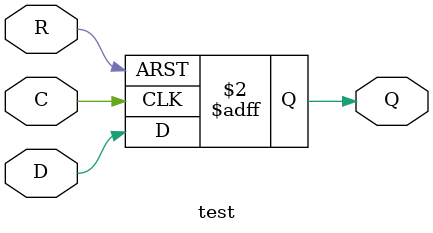
<source format=v>
module test(input D, C, R, output reg Q);
    always @(posedge C, posedge R)
        if (R)
	    Q <= 0;
	else
	    Q <= D;
endmodule

</source>
